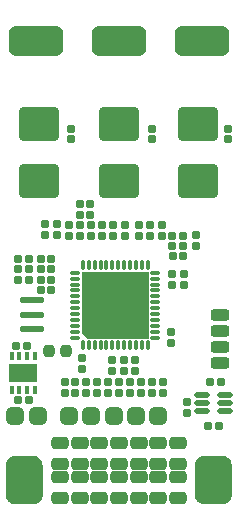
<source format=gbs>
G04*
G04 #@! TF.GenerationSoftware,Altium Limited,Altium Designer,22.8.2 (66)*
G04*
G04 Layer_Color=16711935*
%FSLAX44Y44*%
%MOMM*%
G71*
G04*
G04 #@! TF.SameCoordinates,D88EF3AF-AA8D-4CAB-B9DB-13285413298B*
G04*
G04*
G04 #@! TF.FilePolarity,Negative*
G04*
G01*
G75*
G04:AMPARAMS|DCode=49|XSize=0.68mm|YSize=0.68mm|CornerRadius=0.2008mm|HoleSize=0mm|Usage=FLASHONLY|Rotation=270.000|XOffset=0mm|YOffset=0mm|HoleType=Round|Shape=RoundedRectangle|*
%AMROUNDEDRECTD49*
21,1,0.6800,0.2784,0,0,270.0*
21,1,0.2784,0.6800,0,0,270.0*
1,1,0.4016,-0.1392,-0.1392*
1,1,0.4016,-0.1392,0.1392*
1,1,0.4016,0.1392,0.1392*
1,1,0.4016,0.1392,-0.1392*
%
%ADD49ROUNDEDRECTD49*%
G04:AMPARAMS|DCode=51|XSize=0.68mm|YSize=0.68mm|CornerRadius=0.2008mm|HoleSize=0mm|Usage=FLASHONLY|Rotation=0.000|XOffset=0mm|YOffset=0mm|HoleType=Round|Shape=RoundedRectangle|*
%AMROUNDEDRECTD51*
21,1,0.6800,0.2784,0,0,0.0*
21,1,0.2784,0.6800,0,0,0.0*
1,1,0.4016,0.1392,-0.1392*
1,1,0.4016,-0.1392,-0.1392*
1,1,0.4016,-0.1392,0.1392*
1,1,0.4016,0.1392,0.1392*
%
%ADD51ROUNDEDRECTD51*%
G04:AMPARAMS|DCode=71|XSize=2.88mm|YSize=3.32mm|CornerRadius=0.3002mm|HoleSize=0mm|Usage=FLASHONLY|Rotation=270.000|XOffset=0mm|YOffset=0mm|HoleType=Round|Shape=RoundedRectangle|*
%AMROUNDEDRECTD71*
21,1,2.8800,2.7196,0,0,270.0*
21,1,2.2796,3.3200,0,0,270.0*
1,1,0.6004,-1.3598,-1.1398*
1,1,0.6004,-1.3598,1.1398*
1,1,0.6004,1.3598,1.1398*
1,1,0.6004,1.3598,-1.1398*
%
%ADD71ROUNDEDRECTD71*%
G04:AMPARAMS|DCode=72|XSize=2.88mm|YSize=3.32mm|CornerRadius=0.3002mm|HoleSize=0mm|Usage=FLASHONLY|Rotation=270.000|XOffset=0mm|YOffset=0mm|HoleType=Round|Shape=RoundedRectangle|*
%AMROUNDEDRECTD72*
21,1,2.8800,2.7196,0,0,270.0*
21,1,2.2796,3.3200,0,0,270.0*
1,1,0.6004,-1.3598,-1.1398*
1,1,0.6004,-1.3598,1.1398*
1,1,0.6004,1.3598,1.1398*
1,1,0.6004,1.3598,-1.1398*
%
%ADD72ROUNDEDRECTD72*%
G04:AMPARAMS|DCode=73|XSize=4.6mm|YSize=2.6mm|CornerRadius=0.675mm|HoleSize=0mm|Usage=FLASHONLY|Rotation=0.000|XOffset=0mm|YOffset=0mm|HoleType=Round|Shape=RoundedRectangle|*
%AMROUNDEDRECTD73*
21,1,4.6000,1.2500,0,0,0.0*
21,1,3.2500,2.6000,0,0,0.0*
1,1,1.3500,1.6250,-0.6250*
1,1,1.3500,-1.6250,-0.6250*
1,1,1.3500,-1.6250,0.6250*
1,1,1.3500,1.6250,0.6250*
%
%ADD73ROUNDEDRECTD73*%
G04:AMPARAMS|DCode=106|XSize=0.37mm|YSize=0.86mm|CornerRadius=0.1202mm|HoleSize=0mm|Usage=FLASHONLY|Rotation=0.000|XOffset=0mm|YOffset=0mm|HoleType=Round|Shape=RoundedRectangle|*
%AMROUNDEDRECTD106*
21,1,0.3700,0.6196,0,0,0.0*
21,1,0.1296,0.8600,0,0,0.0*
1,1,0.2404,0.0648,-0.3098*
1,1,0.2404,-0.0648,-0.3098*
1,1,0.2404,-0.0648,0.3098*
1,1,0.2404,0.0648,0.3098*
%
%ADD106ROUNDEDRECTD106*%
G04:AMPARAMS|DCode=107|XSize=0.37mm|YSize=0.86mm|CornerRadius=0.1202mm|HoleSize=0mm|Usage=FLASHONLY|Rotation=90.000|XOffset=0mm|YOffset=0mm|HoleType=Round|Shape=RoundedRectangle|*
%AMROUNDEDRECTD107*
21,1,0.3700,0.6196,0,0,90.0*
21,1,0.1296,0.8600,0,0,90.0*
1,1,0.2404,0.3098,0.0648*
1,1,0.2404,0.3098,-0.0648*
1,1,0.2404,-0.3098,-0.0648*
1,1,0.2404,-0.3098,0.0648*
%
%ADD107ROUNDEDRECTD107*%
G04:AMPARAMS|DCode=108|XSize=0.37mm|YSize=0.86mm|CornerRadius=0.1202mm|HoleSize=0mm|Usage=FLASHONLY|Rotation=90.000|XOffset=0mm|YOffset=0mm|HoleType=Round|Shape=RoundedRectangle|*
%AMROUNDEDRECTD108*
21,1,0.3700,0.6196,0,0,90.0*
21,1,0.1296,0.8600,0,0,90.0*
1,1,0.2404,0.3098,0.0648*
1,1,0.2404,0.3098,-0.0648*
1,1,0.2404,-0.3098,-0.0648*
1,1,0.2404,-0.3098,0.0648*
%
%ADD108ROUNDEDRECTD108*%
G04:AMPARAMS|DCode=109|XSize=0.37mm|YSize=0.86mm|CornerRadius=0.1202mm|HoleSize=0mm|Usage=FLASHONLY|Rotation=0.000|XOffset=0mm|YOffset=0mm|HoleType=Round|Shape=RoundedRectangle|*
%AMROUNDEDRECTD109*
21,1,0.3700,0.6196,0,0,0.0*
21,1,0.1296,0.8600,0,0,0.0*
1,1,0.2404,0.0648,-0.3098*
1,1,0.2404,-0.0648,-0.3098*
1,1,0.2404,-0.0648,0.3098*
1,1,0.2404,0.0648,0.3098*
%
%ADD109ROUNDEDRECTD109*%
G04:AMPARAMS|DCode=110|XSize=0.37mm|YSize=0.86mm|CornerRadius=0.1202mm|HoleSize=0mm|Usage=FLASHONLY|Rotation=90.000|XOffset=0mm|YOffset=0mm|HoleType=Round|Shape=RoundedRectangle|*
%AMROUNDEDRECTD110*
21,1,0.3700,0.6196,0,0,90.0*
21,1,0.1296,0.8600,0,0,90.0*
1,1,0.2404,0.3098,0.0648*
1,1,0.2404,0.3098,-0.0648*
1,1,0.2404,-0.3098,-0.0648*
1,1,0.2404,-0.3098,0.0648*
%
%ADD110ROUNDEDRECTD110*%
G04:AMPARAMS|DCode=111|XSize=0.37mm|YSize=0.86mm|CornerRadius=0.1202mm|HoleSize=0mm|Usage=FLASHONLY|Rotation=90.000|XOffset=0mm|YOffset=0mm|HoleType=Round|Shape=RoundedRectangle|*
%AMROUNDEDRECTD111*
21,1,0.3700,0.6196,0,0,90.0*
21,1,0.1296,0.8600,0,0,90.0*
1,1,0.2404,0.3098,0.0648*
1,1,0.2404,0.3098,-0.0648*
1,1,0.2404,-0.3098,-0.0648*
1,1,0.2404,-0.3098,0.0648*
%
%ADD111ROUNDEDRECTD111*%
G04:AMPARAMS|DCode=112|XSize=0.94mm|YSize=1.03mm|CornerRadius=0.26mm|HoleSize=0mm|Usage=FLASHONLY|Rotation=180.000|XOffset=0mm|YOffset=0mm|HoleType=Round|Shape=RoundedRectangle|*
%AMROUNDEDRECTD112*
21,1,0.9400,0.5100,0,0,180.0*
21,1,0.4200,1.0300,0,0,180.0*
1,1,0.5200,-0.2100,0.2550*
1,1,0.5200,0.2100,0.2550*
1,1,0.5200,0.2100,-0.2550*
1,1,0.5200,-0.2100,-0.2550*
%
%ADD112ROUNDEDRECTD112*%
G04:AMPARAMS|DCode=113|XSize=2.1mm|YSize=0.5mm|CornerRadius=0.15mm|HoleSize=0mm|Usage=FLASHONLY|Rotation=0.000|XOffset=0mm|YOffset=0mm|HoleType=Round|Shape=RoundedRectangle|*
%AMROUNDEDRECTD113*
21,1,2.1000,0.2000,0,0,0.0*
21,1,1.8000,0.5000,0,0,0.0*
1,1,0.3000,0.9000,-0.1000*
1,1,0.3000,-0.9000,-0.1000*
1,1,0.3000,-0.9000,0.1000*
1,1,0.3000,0.9000,0.1000*
%
%ADD113ROUNDEDRECTD113*%
G04:AMPARAMS|DCode=114|XSize=1.5mm|YSize=1.5mm|CornerRadius=0.4mm|HoleSize=0mm|Usage=FLASHONLY|Rotation=180.000|XOffset=0mm|YOffset=0mm|HoleType=Round|Shape=RoundedRectangle|*
%AMROUNDEDRECTD114*
21,1,1.5000,0.7000,0,0,180.0*
21,1,0.7000,1.5000,0,0,180.0*
1,1,0.8000,-0.3500,0.3500*
1,1,0.8000,0.3500,0.3500*
1,1,0.8000,0.3500,-0.3500*
1,1,0.8000,-0.3500,-0.3500*
%
%ADD114ROUNDEDRECTD114*%
G04:AMPARAMS|DCode=115|XSize=0.38mm|YSize=0.725mm|CornerRadius=0.12mm|HoleSize=0mm|Usage=FLASHONLY|Rotation=0.000|XOffset=0mm|YOffset=0mm|HoleType=Round|Shape=RoundedRectangle|*
%AMROUNDEDRECTD115*
21,1,0.3800,0.4850,0,0,0.0*
21,1,0.1400,0.7250,0,0,0.0*
1,1,0.2400,0.0700,-0.2425*
1,1,0.2400,-0.0700,-0.2425*
1,1,0.2400,-0.0700,0.2425*
1,1,0.2400,0.0700,0.2425*
%
%ADD115ROUNDEDRECTD115*%
%ADD116R,2.3500X1.6000*%
G04:AMPARAMS|DCode=117|XSize=1.05mm|YSize=1.48mm|CornerRadius=0.2923mm|HoleSize=0mm|Usage=FLASHONLY|Rotation=270.000|XOffset=0mm|YOffset=0mm|HoleType=Round|Shape=RoundedRectangle|*
%AMROUNDEDRECTD117*
21,1,1.0500,0.8955,0,0,270.0*
21,1,0.4655,1.4800,0,0,270.0*
1,1,0.5845,-0.4478,-0.2328*
1,1,0.5845,-0.4478,0.2328*
1,1,0.5845,0.4478,0.2328*
1,1,0.5845,0.4478,-0.2328*
%
%ADD117ROUNDEDRECTD117*%
G04:AMPARAMS|DCode=118|XSize=1.05mm|YSize=1.48mm|CornerRadius=0.2923mm|HoleSize=0mm|Usage=FLASHONLY|Rotation=270.000|XOffset=0mm|YOffset=0mm|HoleType=Round|Shape=RoundedRectangle|*
%AMROUNDEDRECTD118*
21,1,1.0500,0.8955,0,0,270.0*
21,1,0.4655,1.4800,0,0,270.0*
1,1,0.5845,-0.4478,-0.2328*
1,1,0.5845,-0.4478,0.2328*
1,1,0.5845,0.4478,0.2328*
1,1,0.5845,0.4478,-0.2328*
%
%ADD118ROUNDEDRECTD118*%
G04:AMPARAMS|DCode=119|XSize=1.6mm|YSize=0.95mm|CornerRadius=0.2625mm|HoleSize=0mm|Usage=FLASHONLY|Rotation=180.000|XOffset=0mm|YOffset=0mm|HoleType=Round|Shape=RoundedRectangle|*
%AMROUNDEDRECTD119*
21,1,1.6000,0.4250,0,0,180.0*
21,1,1.0750,0.9500,0,0,180.0*
1,1,0.5250,-0.5375,0.2125*
1,1,0.5250,0.5375,0.2125*
1,1,0.5250,0.5375,-0.2125*
1,1,0.5250,-0.5375,-0.2125*
%
%ADD119ROUNDEDRECTD119*%
G04:AMPARAMS|DCode=120|XSize=1.3mm|YSize=0.5mm|CornerRadius=0.15mm|HoleSize=0mm|Usage=FLASHONLY|Rotation=180.000|XOffset=0mm|YOffset=0mm|HoleType=Round|Shape=RoundedRectangle|*
%AMROUNDEDRECTD120*
21,1,1.3000,0.2000,0,0,180.0*
21,1,1.0000,0.5000,0,0,180.0*
1,1,0.3000,-0.5000,0.1000*
1,1,0.3000,0.5000,0.1000*
1,1,0.3000,0.5000,-0.1000*
1,1,0.3000,-0.5000,-0.1000*
%
%ADD120ROUNDEDRECTD120*%
G04:AMPARAMS|DCode=121|XSize=1.5mm|YSize=1.5mm|CornerRadius=0.4mm|HoleSize=0mm|Usage=FLASHONLY|Rotation=270.000|XOffset=0mm|YOffset=0mm|HoleType=Round|Shape=RoundedRectangle|*
%AMROUNDEDRECTD121*
21,1,1.5000,0.7000,0,0,270.0*
21,1,0.7000,1.5000,0,0,270.0*
1,1,0.8000,-0.3500,-0.3500*
1,1,0.8000,-0.3500,0.3500*
1,1,0.8000,0.3500,0.3500*
1,1,0.8000,0.3500,-0.3500*
%
%ADD121ROUNDEDRECTD121*%
G36*
X125098Y199493D02*
X125192Y199464D01*
X125279Y199418D01*
X125355Y199355D01*
X125418Y199279D01*
X125464Y199192D01*
X125493Y199098D01*
X125502Y199000D01*
Y143000D01*
X125493Y142902D01*
X125464Y142808D01*
X125418Y142721D01*
X125355Y142645D01*
X125279Y142582D01*
X125192Y142536D01*
X125098Y142507D01*
X125000Y142498D01*
X74000D01*
X74000Y142498D01*
X73951Y142502D01*
X73902Y142507D01*
X73830Y142529D01*
X73808Y142536D01*
X73721Y142582D01*
X73645Y142645D01*
X68645Y147645D01*
X68645Y147645D01*
X68617Y147679D01*
X68582Y147721D01*
X68536Y147808D01*
X68507Y147902D01*
X68506Y147911D01*
X68498Y148000D01*
X68498Y148000D01*
Y199000D01*
X68507Y199098D01*
X68536Y199192D01*
X68582Y199279D01*
X68645Y199355D01*
X68721Y199418D01*
X68808Y199464D01*
X68902Y199493D01*
X69000Y199502D01*
X125000D01*
X125098Y199493D01*
D02*
G37*
G36*
X189933Y43093D02*
X191389Y42490D01*
X192700Y41614D01*
X193814Y40500D01*
X194690Y39190D01*
X195292Y37734D01*
X195523Y36575D01*
X195600Y35402D01*
Y35400D01*
X195600Y35400D01*
X195600Y35400D01*
X195600Y10400D01*
X195600Y9612D01*
X195293Y8066D01*
X194690Y6611D01*
X193814Y5300D01*
X192700Y4186D01*
X191389Y3311D01*
X189933Y2707D01*
X188388Y2400D01*
X187600Y2400D01*
X171612D01*
X170067Y2707D01*
X168611Y3311D01*
X167300Y4186D01*
X166186Y5300D01*
X165310Y6611D01*
X164707Y8067D01*
X164400Y9612D01*
Y26000D01*
Y36188D01*
X164707Y37733D01*
X165310Y39189D01*
X166186Y40500D01*
X167300Y41614D01*
X168611Y42489D01*
X170067Y43092D01*
X171612Y43400D01*
X172400D01*
X172400Y43400D01*
X187600Y43400D01*
X188388Y43400D01*
X189933Y43093D01*
D02*
G37*
G36*
X29734D02*
X31189Y42490D01*
X32500Y41614D01*
X33614Y40500D01*
X34490Y39190D01*
X35092Y37734D01*
X35323Y36575D01*
X35400Y35402D01*
Y35400D01*
X35400Y35400D01*
X35400Y35400D01*
X35400Y10400D01*
X35400Y9612D01*
X35093Y8066D01*
X34490Y6611D01*
X33614Y5300D01*
X32500Y4186D01*
X31189Y3311D01*
X29734Y2707D01*
X28188Y2400D01*
X27400Y2400D01*
X11412D01*
X9866Y2707D01*
X8411Y3311D01*
X7100Y4186D01*
X5986Y5300D01*
X5110Y6611D01*
X4507Y8067D01*
X4200Y9612D01*
Y26000D01*
Y36188D01*
X4507Y37733D01*
X5110Y39189D01*
X5986Y40500D01*
X7100Y41614D01*
X8411Y42489D01*
X9866Y43092D01*
X11412Y43400D01*
X12200D01*
X12200Y43400D01*
X27400Y43400D01*
X28188Y43400D01*
X29734Y43093D01*
D02*
G37*
D49*
X192600Y320600D02*
D03*
Y311400D02*
D03*
X128400Y320600D02*
D03*
Y311400D02*
D03*
X75606Y256517D02*
D03*
Y247317D02*
D03*
X37495Y230401D02*
D03*
Y239601D02*
D03*
X66806Y247317D02*
D03*
Y256517D02*
D03*
X47206Y230384D02*
D03*
Y239584D02*
D03*
X59400Y320600D02*
D03*
Y311400D02*
D03*
X95230Y230000D02*
D03*
Y239200D02*
D03*
X117162Y230000D02*
D03*
Y239200D02*
D03*
X126642Y230000D02*
D03*
Y239200D02*
D03*
X104858D02*
D03*
Y230000D02*
D03*
X136122Y239200D02*
D03*
Y230000D02*
D03*
X69000Y116800D02*
D03*
Y126000D02*
D03*
X104318Y124822D02*
D03*
Y115622D02*
D03*
X94318Y124822D02*
D03*
Y115622D02*
D03*
X113318Y124822D02*
D03*
Y115622D02*
D03*
X144000Y138884D02*
D03*
Y148084D02*
D03*
X90889Y96784D02*
D03*
Y105984D02*
D03*
X118555Y96784D02*
D03*
Y105984D02*
D03*
X63222Y96784D02*
D03*
Y105984D02*
D03*
X165124Y230072D02*
D03*
Y220872D02*
D03*
X72444Y96784D02*
D03*
Y105984D02*
D03*
X81667Y96784D02*
D03*
Y105984D02*
D03*
X100111D02*
D03*
Y96784D02*
D03*
X109333Y105984D02*
D03*
Y96784D02*
D03*
X127778Y105984D02*
D03*
Y96784D02*
D03*
X137000D02*
D03*
Y105984D02*
D03*
X158046Y79684D02*
D03*
Y88884D02*
D03*
X54000Y105984D02*
D03*
Y96784D02*
D03*
X145000Y197600D02*
D03*
Y188400D02*
D03*
X155000Y197600D02*
D03*
Y188400D02*
D03*
D51*
X76606Y239078D02*
D03*
X85806D02*
D03*
X76606Y229855D02*
D03*
X85806D02*
D03*
X57606D02*
D03*
X66806D02*
D03*
Y239078D02*
D03*
X57606D02*
D03*
X33638Y201333D02*
D03*
X42838D02*
D03*
X23896Y192667D02*
D03*
X14696D02*
D03*
Y210000D02*
D03*
X23896D02*
D03*
X33638Y192667D02*
D03*
X42838D02*
D03*
X14696Y201333D02*
D03*
X23896D02*
D03*
X33638Y184000D02*
D03*
X42838D02*
D03*
X144892Y229897D02*
D03*
X154092D02*
D03*
X154600Y213000D02*
D03*
X145400D02*
D03*
X144892Y221418D02*
D03*
X154092D02*
D03*
X33638Y210000D02*
D03*
X42838D02*
D03*
X22287Y136890D02*
D03*
X13087D02*
D03*
X186372Y106224D02*
D03*
X177172D02*
D03*
X175596Y69066D02*
D03*
X184796D02*
D03*
X23966Y90662D02*
D03*
X14766D02*
D03*
D71*
X167000Y324150D02*
D03*
X100000D02*
D03*
X32000D02*
D03*
D72*
X167000Y275850D02*
D03*
X100000D02*
D03*
X32000D02*
D03*
D73*
X170000Y395000D02*
D03*
X100000D02*
D03*
X30000D02*
D03*
D106*
X74500Y204850D02*
D03*
X99500Y137150D02*
D03*
X104500D02*
D03*
X114500Y204850D02*
D03*
X109500D02*
D03*
X104500D02*
D03*
X99500D02*
D03*
X114500Y137150D02*
D03*
X79500Y204850D02*
D03*
X109500Y137150D02*
D03*
X84500Y204850D02*
D03*
X124500D02*
D03*
X89500D02*
D03*
X79500Y137150D02*
D03*
X84500D02*
D03*
X124500D02*
D03*
X89500D02*
D03*
X74500D02*
D03*
D107*
X63150Y188500D02*
D03*
Y158500D02*
D03*
Y143500D02*
D03*
Y153500D02*
D03*
Y168500D02*
D03*
Y198500D02*
D03*
Y193500D02*
D03*
Y183500D02*
D03*
Y173500D02*
D03*
Y148500D02*
D03*
Y178500D02*
D03*
D108*
X130850Y193500D02*
D03*
Y148500D02*
D03*
Y198500D02*
D03*
Y183500D02*
D03*
Y153500D02*
D03*
Y168500D02*
D03*
Y173500D02*
D03*
Y188500D02*
D03*
Y143500D02*
D03*
Y178500D02*
D03*
Y158500D02*
D03*
D109*
X119500Y204850D02*
D03*
X69500Y137150D02*
D03*
X94500Y204850D02*
D03*
X69500D02*
D03*
X94500Y137150D02*
D03*
X119500D02*
D03*
D110*
X63150Y163500D02*
D03*
D111*
X130850D02*
D03*
D112*
X55450Y132000D02*
D03*
X40550D02*
D03*
D113*
X26800Y163000D02*
D03*
Y175000D02*
D03*
Y151000D02*
D03*
D114*
X133500Y77500D02*
D03*
X76500D02*
D03*
X57500D02*
D03*
X114500D02*
D03*
X95500D02*
D03*
D115*
X9332Y127601D02*
D03*
X15829D02*
D03*
X22332D02*
D03*
X28829D02*
D03*
Y99351D02*
D03*
X22332D02*
D03*
X15829D02*
D03*
X9332D02*
D03*
D116*
X19081Y113476D02*
D03*
D117*
X83333Y36900D02*
D03*
X116667D02*
D03*
X100000D02*
D03*
Y25200D02*
D03*
X83333D02*
D03*
X116667D02*
D03*
X133333D02*
D03*
Y36900D02*
D03*
X66667D02*
D03*
X50000D02*
D03*
X66667Y25200D02*
D03*
X50000D02*
D03*
X150000D02*
D03*
Y36900D02*
D03*
D118*
X83333Y54700D02*
D03*
X116667D02*
D03*
X100000D02*
D03*
Y7400D02*
D03*
X83333D02*
D03*
X116667D02*
D03*
X133333D02*
D03*
Y54700D02*
D03*
X66667D02*
D03*
X50000D02*
D03*
X66667Y7400D02*
D03*
X50000D02*
D03*
X150000D02*
D03*
Y54700D02*
D03*
D119*
X185968Y149500D02*
D03*
Y136000D02*
D03*
Y122500D02*
D03*
Y163000D02*
D03*
D120*
X189546Y94784D02*
D03*
Y88284D02*
D03*
Y81784D02*
D03*
X170546D02*
D03*
Y88284D02*
D03*
Y94784D02*
D03*
D121*
X31430Y77500D02*
D03*
X12430D02*
D03*
M02*

</source>
